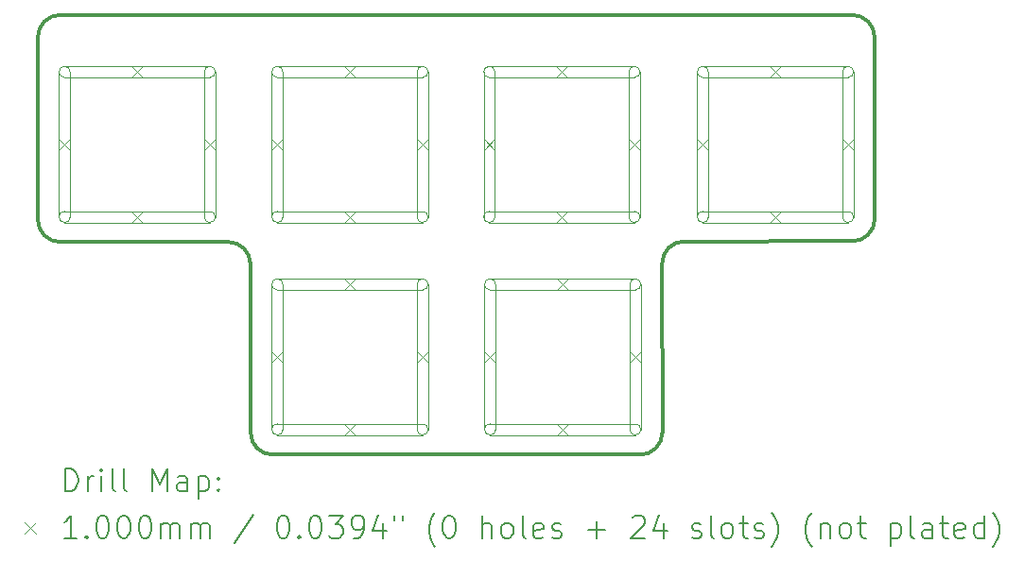
<source format=gbr>
%TF.GenerationSoftware,KiCad,Pcbnew,8.0.5*%
%TF.CreationDate,2024-09-18T06:55:58+09:00*%
%TF.ProjectId,SandyLP_Plate_Top,53616e64-794c-4505-9f50-6c6174655f54,v.0*%
%TF.SameCoordinates,Original*%
%TF.FileFunction,Drillmap*%
%TF.FilePolarity,Positive*%
%FSLAX45Y45*%
G04 Gerber Fmt 4.5, Leading zero omitted, Abs format (unit mm)*
G04 Created by KiCad (PCBNEW 8.0.5) date 2024-09-18 06:55:58*
%MOMM*%
%LPD*%
G01*
G04 APERTURE LIST*
%ADD10C,0.300000*%
%ADD11C,0.200000*%
%ADD12C,0.100000*%
G04 APERTURE END LIST*
D10*
X12050531Y-3375336D02*
X12050531Y-1739707D01*
X12250531Y-3575336D02*
X13755531Y-3575336D01*
X13955531Y-5282626D02*
X13955531Y-3775336D01*
X14155531Y-5482626D02*
X17443022Y-5482415D01*
X17643022Y-5282415D02*
X17640531Y-3769258D01*
X17840531Y-3569258D02*
X19344281Y-3568258D01*
X19344281Y-1539707D02*
X12250531Y-1539707D01*
X19544281Y-3368258D02*
X19544281Y-1739707D01*
X12050531Y-1739707D02*
G75*
G02*
X12250531Y-1539707I200000J0D01*
G01*
X12250531Y-3575336D02*
G75*
G02*
X12050531Y-3375336I0J200000D01*
G01*
X13755531Y-3575336D02*
G75*
G02*
X13955531Y-3775336I0J-200000D01*
G01*
X14155531Y-5482626D02*
G75*
G02*
X13955531Y-5282626I0J200000D01*
G01*
X17640531Y-3769258D02*
G75*
G02*
X17840531Y-3569257I199995J5D01*
G01*
X17643022Y-5282415D02*
G75*
G02*
X17443022Y-5482415I-199991J-8D01*
G01*
X19344281Y-1539707D02*
G75*
G02*
X19544284Y-1739707I0J-200003D01*
G01*
X19544281Y-3368258D02*
G75*
G02*
X19344281Y-3568260I-200010J7D01*
G01*
D11*
D12*
X12240531Y-2650341D02*
X12340531Y-2750341D01*
X12340531Y-2650341D02*
X12240531Y-2750341D01*
X12340531Y-3350340D02*
X12340531Y-2050340D01*
X12240531Y-2050340D02*
G75*
G02*
X12340531Y-2050340I50000J0D01*
G01*
X12240531Y-2050340D02*
X12240531Y-3350340D01*
X12240531Y-3350340D02*
G75*
G03*
X12340531Y-3350340I50000J0D01*
G01*
X12890531Y-2000340D02*
X12990531Y-2100341D01*
X12990531Y-2000340D02*
X12890531Y-2100341D01*
X12290531Y-2100341D02*
X13590531Y-2100341D01*
X13590531Y-2000340D02*
G75*
G02*
X13590531Y-2100341I0J-50000D01*
G01*
X13590531Y-2000340D02*
X12290531Y-2000340D01*
X12290531Y-2000340D02*
G75*
G03*
X12290531Y-2100341I0J-50000D01*
G01*
X12890531Y-3300340D02*
X12990531Y-3400340D01*
X12990531Y-3300340D02*
X12890531Y-3400340D01*
X12290531Y-3400340D02*
X13590531Y-3400340D01*
X13590531Y-3300340D02*
G75*
G02*
X13590531Y-3400340I0J-50000D01*
G01*
X13590531Y-3300340D02*
X12290531Y-3300340D01*
X12290531Y-3300340D02*
G75*
G03*
X12290531Y-3400340I0J-50000D01*
G01*
X13540531Y-2650341D02*
X13640531Y-2750341D01*
X13640531Y-2650341D02*
X13540531Y-2750341D01*
X13640531Y-3350340D02*
X13640531Y-2050340D01*
X13540531Y-2050340D02*
G75*
G02*
X13640531Y-2050340I50000J0D01*
G01*
X13540531Y-2050340D02*
X13540531Y-3350340D01*
X13540531Y-3350340D02*
G75*
G03*
X13640531Y-3350340I50000J0D01*
G01*
X14145531Y-2650341D02*
X14245531Y-2750341D01*
X14245531Y-2650341D02*
X14145531Y-2750341D01*
X14245531Y-3350340D02*
X14245531Y-2050340D01*
X14145531Y-2050340D02*
G75*
G02*
X14245531Y-2050340I50000J0D01*
G01*
X14145531Y-2050340D02*
X14145531Y-3350340D01*
X14145531Y-3350340D02*
G75*
G03*
X14245531Y-3350340I50000J0D01*
G01*
X14145531Y-4555341D02*
X14245531Y-4655341D01*
X14245531Y-4555341D02*
X14145531Y-4655341D01*
X14245531Y-5255341D02*
X14245531Y-3955340D01*
X14145531Y-3955340D02*
G75*
G02*
X14245531Y-3955340I50000J0D01*
G01*
X14145531Y-3955340D02*
X14145531Y-5255341D01*
X14145531Y-5255341D02*
G75*
G03*
X14245531Y-5255341I50000J0D01*
G01*
X14795531Y-2000340D02*
X14895531Y-2100341D01*
X14895531Y-2000340D02*
X14795531Y-2100341D01*
X14195531Y-2100341D02*
X15495531Y-2100341D01*
X15495531Y-2000340D02*
G75*
G02*
X15495531Y-2100341I0J-50000D01*
G01*
X15495531Y-2000340D02*
X14195531Y-2000340D01*
X14195531Y-2000340D02*
G75*
G03*
X14195531Y-2100341I0J-50000D01*
G01*
X14795531Y-3300340D02*
X14895531Y-3400340D01*
X14895531Y-3300340D02*
X14795531Y-3400340D01*
X14195531Y-3400340D02*
X15495531Y-3400340D01*
X15495531Y-3300340D02*
G75*
G02*
X15495531Y-3400340I0J-50000D01*
G01*
X15495531Y-3300340D02*
X14195531Y-3300340D01*
X14195531Y-3300340D02*
G75*
G03*
X14195531Y-3400340I0J-50000D01*
G01*
X14795531Y-3905340D02*
X14895531Y-4005340D01*
X14895531Y-3905340D02*
X14795531Y-4005340D01*
X14195531Y-4005340D02*
X15495531Y-4005340D01*
X15495531Y-3905340D02*
G75*
G02*
X15495531Y-4005340I0J-50000D01*
G01*
X15495531Y-3905340D02*
X14195531Y-3905340D01*
X14195531Y-3905340D02*
G75*
G03*
X14195531Y-4005340I0J-50000D01*
G01*
X14795531Y-5205341D02*
X14895531Y-5305341D01*
X14895531Y-5205341D02*
X14795531Y-5305341D01*
X14195531Y-5305341D02*
X15495531Y-5305341D01*
X15495531Y-5205341D02*
G75*
G02*
X15495531Y-5305341I0J-50000D01*
G01*
X15495531Y-5205341D02*
X14195531Y-5205341D01*
X14195531Y-5205341D02*
G75*
G03*
X14195531Y-5305341I0J-50000D01*
G01*
X15445531Y-2650341D02*
X15545531Y-2750341D01*
X15545531Y-2650341D02*
X15445531Y-2750341D01*
X15545531Y-3350340D02*
X15545531Y-2050340D01*
X15445531Y-2050340D02*
G75*
G02*
X15545531Y-2050340I50000J0D01*
G01*
X15445531Y-2050340D02*
X15445531Y-3350340D01*
X15445531Y-3350340D02*
G75*
G03*
X15545531Y-3350340I50000J0D01*
G01*
X15445531Y-4555341D02*
X15545531Y-4655341D01*
X15545531Y-4555341D02*
X15445531Y-4655341D01*
X15545531Y-5255341D02*
X15545531Y-3955340D01*
X15445531Y-3955340D02*
G75*
G02*
X15545531Y-3955340I50000J0D01*
G01*
X15445531Y-3955340D02*
X15445531Y-5255341D01*
X15445531Y-5255341D02*
G75*
G03*
X15545531Y-5255341I50000J0D01*
G01*
X16043343Y-2650341D02*
X16143343Y-2750341D01*
X16143343Y-2650341D02*
X16043343Y-2750341D01*
X16143343Y-3350340D02*
X16143343Y-2050340D01*
X16043343Y-2050340D02*
G75*
G02*
X16143343Y-2050340I50000J0D01*
G01*
X16043343Y-2050340D02*
X16043343Y-3350340D01*
X16043343Y-3350340D02*
G75*
G03*
X16143343Y-3350340I50000J0D01*
G01*
X16050531Y-4555341D02*
X16150531Y-4655341D01*
X16150531Y-4555341D02*
X16050531Y-4655341D01*
X16150531Y-5255341D02*
X16150531Y-3955340D01*
X16050531Y-3955340D02*
G75*
G02*
X16150531Y-3955340I50000J0D01*
G01*
X16050531Y-3955340D02*
X16050531Y-5255341D01*
X16050531Y-5255341D02*
G75*
G03*
X16150531Y-5255341I50000J0D01*
G01*
X16693343Y-2000340D02*
X16793344Y-2100341D01*
X16793344Y-2000340D02*
X16693343Y-2100341D01*
X16093343Y-2100341D02*
X17393344Y-2100341D01*
X17393344Y-2000340D02*
G75*
G02*
X17393344Y-2100341I0J-50000D01*
G01*
X17393344Y-2000340D02*
X16093343Y-2000340D01*
X16093343Y-2000340D02*
G75*
G03*
X16093343Y-2100341I0J-50000D01*
G01*
X16693343Y-3300340D02*
X16793344Y-3400340D01*
X16793344Y-3300340D02*
X16693343Y-3400340D01*
X16093343Y-3400340D02*
X17393344Y-3400340D01*
X17393344Y-3300340D02*
G75*
G02*
X17393344Y-3400340I0J-50000D01*
G01*
X17393344Y-3300340D02*
X16093343Y-3300340D01*
X16093343Y-3300340D02*
G75*
G03*
X16093343Y-3400340I0J-50000D01*
G01*
X16700531Y-3905340D02*
X16800531Y-4005340D01*
X16800531Y-3905340D02*
X16700531Y-4005340D01*
X16100531Y-4005340D02*
X17400531Y-4005340D01*
X17400531Y-3905340D02*
G75*
G02*
X17400531Y-4005340I0J-50000D01*
G01*
X17400531Y-3905340D02*
X16100531Y-3905340D01*
X16100531Y-3905340D02*
G75*
G03*
X16100531Y-4005340I0J-50000D01*
G01*
X16700531Y-5205341D02*
X16800531Y-5305341D01*
X16800531Y-5205341D02*
X16700531Y-5305341D01*
X16100531Y-5305341D02*
X17400531Y-5305341D01*
X17400531Y-5205341D02*
G75*
G02*
X17400531Y-5305341I0J-50000D01*
G01*
X17400531Y-5205341D02*
X16100531Y-5205341D01*
X16100531Y-5205341D02*
G75*
G03*
X16100531Y-5305341I0J-50000D01*
G01*
X17343344Y-2650341D02*
X17443344Y-2750341D01*
X17443344Y-2650341D02*
X17343344Y-2750341D01*
X17443344Y-3350340D02*
X17443344Y-2050340D01*
X17343344Y-2050340D02*
G75*
G02*
X17443344Y-2050340I50000J0D01*
G01*
X17343344Y-2050340D02*
X17343344Y-3350340D01*
X17343344Y-3350340D02*
G75*
G03*
X17443344Y-3350340I50000J0D01*
G01*
X17350531Y-4555341D02*
X17450531Y-4655341D01*
X17450531Y-4555341D02*
X17350531Y-4655341D01*
X17450531Y-5255341D02*
X17450531Y-3955340D01*
X17350531Y-3955340D02*
G75*
G02*
X17450531Y-3955340I50000J0D01*
G01*
X17350531Y-3955340D02*
X17350531Y-5255341D01*
X17350531Y-5255341D02*
G75*
G03*
X17450531Y-5255341I50000J0D01*
G01*
X17955531Y-2650341D02*
X18055531Y-2750341D01*
X18055531Y-2650341D02*
X17955531Y-2750341D01*
X18055531Y-3350340D02*
X18055531Y-2050340D01*
X17955531Y-2050340D02*
G75*
G02*
X18055531Y-2050340I50000J0D01*
G01*
X17955531Y-2050340D02*
X17955531Y-3350340D01*
X17955531Y-3350340D02*
G75*
G03*
X18055531Y-3350340I50000J0D01*
G01*
X18605531Y-2000340D02*
X18705531Y-2100341D01*
X18705531Y-2000340D02*
X18605531Y-2100341D01*
X18005531Y-2100341D02*
X19305531Y-2100341D01*
X19305531Y-2000340D02*
G75*
G02*
X19305531Y-2100341I0J-50000D01*
G01*
X19305531Y-2000340D02*
X18005531Y-2000340D01*
X18005531Y-2000340D02*
G75*
G03*
X18005531Y-2100341I0J-50000D01*
G01*
X18605531Y-3300340D02*
X18705531Y-3400340D01*
X18705531Y-3300340D02*
X18605531Y-3400340D01*
X18005531Y-3400340D02*
X19305531Y-3400340D01*
X19305531Y-3300340D02*
G75*
G02*
X19305531Y-3400340I0J-50000D01*
G01*
X19305531Y-3300340D02*
X18005531Y-3300340D01*
X18005531Y-3300340D02*
G75*
G03*
X18005531Y-3400340I0J-50000D01*
G01*
X19255531Y-2650341D02*
X19355531Y-2750341D01*
X19355531Y-2650341D02*
X19255531Y-2750341D01*
X19355531Y-3350340D02*
X19355531Y-2050340D01*
X19255531Y-2050340D02*
G75*
G02*
X19355531Y-2050340I50000J0D01*
G01*
X19255531Y-2050340D02*
X19255531Y-3350340D01*
X19255531Y-3350340D02*
G75*
G03*
X19355531Y-3350340I50000J0D01*
G01*
D11*
X12296308Y-5809110D02*
X12296308Y-5609110D01*
X12296308Y-5609110D02*
X12343927Y-5609110D01*
X12343927Y-5609110D02*
X12372498Y-5618633D01*
X12372498Y-5618633D02*
X12391546Y-5637681D01*
X12391546Y-5637681D02*
X12401070Y-5656729D01*
X12401070Y-5656729D02*
X12410593Y-5694824D01*
X12410593Y-5694824D02*
X12410593Y-5723395D01*
X12410593Y-5723395D02*
X12401070Y-5761490D01*
X12401070Y-5761490D02*
X12391546Y-5780538D01*
X12391546Y-5780538D02*
X12372498Y-5799586D01*
X12372498Y-5799586D02*
X12343927Y-5809110D01*
X12343927Y-5809110D02*
X12296308Y-5809110D01*
X12496308Y-5809110D02*
X12496308Y-5675776D01*
X12496308Y-5713871D02*
X12505832Y-5694824D01*
X12505832Y-5694824D02*
X12515355Y-5685300D01*
X12515355Y-5685300D02*
X12534403Y-5675776D01*
X12534403Y-5675776D02*
X12553451Y-5675776D01*
X12620117Y-5809110D02*
X12620117Y-5675776D01*
X12620117Y-5609110D02*
X12610593Y-5618633D01*
X12610593Y-5618633D02*
X12620117Y-5628157D01*
X12620117Y-5628157D02*
X12629641Y-5618633D01*
X12629641Y-5618633D02*
X12620117Y-5609110D01*
X12620117Y-5609110D02*
X12620117Y-5628157D01*
X12743927Y-5809110D02*
X12724879Y-5799586D01*
X12724879Y-5799586D02*
X12715355Y-5780538D01*
X12715355Y-5780538D02*
X12715355Y-5609110D01*
X12848689Y-5809110D02*
X12829641Y-5799586D01*
X12829641Y-5799586D02*
X12820117Y-5780538D01*
X12820117Y-5780538D02*
X12820117Y-5609110D01*
X13077260Y-5809110D02*
X13077260Y-5609110D01*
X13077260Y-5609110D02*
X13143927Y-5751967D01*
X13143927Y-5751967D02*
X13210593Y-5609110D01*
X13210593Y-5609110D02*
X13210593Y-5809110D01*
X13391546Y-5809110D02*
X13391546Y-5704348D01*
X13391546Y-5704348D02*
X13382022Y-5685300D01*
X13382022Y-5685300D02*
X13362974Y-5675776D01*
X13362974Y-5675776D02*
X13324879Y-5675776D01*
X13324879Y-5675776D02*
X13305832Y-5685300D01*
X13391546Y-5799586D02*
X13372498Y-5809110D01*
X13372498Y-5809110D02*
X13324879Y-5809110D01*
X13324879Y-5809110D02*
X13305832Y-5799586D01*
X13305832Y-5799586D02*
X13296308Y-5780538D01*
X13296308Y-5780538D02*
X13296308Y-5761490D01*
X13296308Y-5761490D02*
X13305832Y-5742443D01*
X13305832Y-5742443D02*
X13324879Y-5732919D01*
X13324879Y-5732919D02*
X13372498Y-5732919D01*
X13372498Y-5732919D02*
X13391546Y-5723395D01*
X13486784Y-5675776D02*
X13486784Y-5875776D01*
X13486784Y-5685300D02*
X13505832Y-5675776D01*
X13505832Y-5675776D02*
X13543927Y-5675776D01*
X13543927Y-5675776D02*
X13562974Y-5685300D01*
X13562974Y-5685300D02*
X13572498Y-5694824D01*
X13572498Y-5694824D02*
X13582022Y-5713871D01*
X13582022Y-5713871D02*
X13582022Y-5771014D01*
X13582022Y-5771014D02*
X13572498Y-5790062D01*
X13572498Y-5790062D02*
X13562974Y-5799586D01*
X13562974Y-5799586D02*
X13543927Y-5809110D01*
X13543927Y-5809110D02*
X13505832Y-5809110D01*
X13505832Y-5809110D02*
X13486784Y-5799586D01*
X13667736Y-5790062D02*
X13677260Y-5799586D01*
X13677260Y-5799586D02*
X13667736Y-5809110D01*
X13667736Y-5809110D02*
X13658213Y-5799586D01*
X13658213Y-5799586D02*
X13667736Y-5790062D01*
X13667736Y-5790062D02*
X13667736Y-5809110D01*
X13667736Y-5685300D02*
X13677260Y-5694824D01*
X13677260Y-5694824D02*
X13667736Y-5704348D01*
X13667736Y-5704348D02*
X13658213Y-5694824D01*
X13658213Y-5694824D02*
X13667736Y-5685300D01*
X13667736Y-5685300D02*
X13667736Y-5704348D01*
D12*
X11935531Y-6087626D02*
X12035531Y-6187626D01*
X12035531Y-6087626D02*
X11935531Y-6187626D01*
D11*
X12401070Y-6229110D02*
X12286784Y-6229110D01*
X12343927Y-6229110D02*
X12343927Y-6029110D01*
X12343927Y-6029110D02*
X12324879Y-6057681D01*
X12324879Y-6057681D02*
X12305832Y-6076729D01*
X12305832Y-6076729D02*
X12286784Y-6086252D01*
X12486784Y-6210062D02*
X12496308Y-6219586D01*
X12496308Y-6219586D02*
X12486784Y-6229110D01*
X12486784Y-6229110D02*
X12477260Y-6219586D01*
X12477260Y-6219586D02*
X12486784Y-6210062D01*
X12486784Y-6210062D02*
X12486784Y-6229110D01*
X12620117Y-6029110D02*
X12639165Y-6029110D01*
X12639165Y-6029110D02*
X12658213Y-6038633D01*
X12658213Y-6038633D02*
X12667736Y-6048157D01*
X12667736Y-6048157D02*
X12677260Y-6067205D01*
X12677260Y-6067205D02*
X12686784Y-6105300D01*
X12686784Y-6105300D02*
X12686784Y-6152919D01*
X12686784Y-6152919D02*
X12677260Y-6191014D01*
X12677260Y-6191014D02*
X12667736Y-6210062D01*
X12667736Y-6210062D02*
X12658213Y-6219586D01*
X12658213Y-6219586D02*
X12639165Y-6229110D01*
X12639165Y-6229110D02*
X12620117Y-6229110D01*
X12620117Y-6229110D02*
X12601070Y-6219586D01*
X12601070Y-6219586D02*
X12591546Y-6210062D01*
X12591546Y-6210062D02*
X12582022Y-6191014D01*
X12582022Y-6191014D02*
X12572498Y-6152919D01*
X12572498Y-6152919D02*
X12572498Y-6105300D01*
X12572498Y-6105300D02*
X12582022Y-6067205D01*
X12582022Y-6067205D02*
X12591546Y-6048157D01*
X12591546Y-6048157D02*
X12601070Y-6038633D01*
X12601070Y-6038633D02*
X12620117Y-6029110D01*
X12810593Y-6029110D02*
X12829641Y-6029110D01*
X12829641Y-6029110D02*
X12848689Y-6038633D01*
X12848689Y-6038633D02*
X12858213Y-6048157D01*
X12858213Y-6048157D02*
X12867736Y-6067205D01*
X12867736Y-6067205D02*
X12877260Y-6105300D01*
X12877260Y-6105300D02*
X12877260Y-6152919D01*
X12877260Y-6152919D02*
X12867736Y-6191014D01*
X12867736Y-6191014D02*
X12858213Y-6210062D01*
X12858213Y-6210062D02*
X12848689Y-6219586D01*
X12848689Y-6219586D02*
X12829641Y-6229110D01*
X12829641Y-6229110D02*
X12810593Y-6229110D01*
X12810593Y-6229110D02*
X12791546Y-6219586D01*
X12791546Y-6219586D02*
X12782022Y-6210062D01*
X12782022Y-6210062D02*
X12772498Y-6191014D01*
X12772498Y-6191014D02*
X12762974Y-6152919D01*
X12762974Y-6152919D02*
X12762974Y-6105300D01*
X12762974Y-6105300D02*
X12772498Y-6067205D01*
X12772498Y-6067205D02*
X12782022Y-6048157D01*
X12782022Y-6048157D02*
X12791546Y-6038633D01*
X12791546Y-6038633D02*
X12810593Y-6029110D01*
X13001070Y-6029110D02*
X13020117Y-6029110D01*
X13020117Y-6029110D02*
X13039165Y-6038633D01*
X13039165Y-6038633D02*
X13048689Y-6048157D01*
X13048689Y-6048157D02*
X13058213Y-6067205D01*
X13058213Y-6067205D02*
X13067736Y-6105300D01*
X13067736Y-6105300D02*
X13067736Y-6152919D01*
X13067736Y-6152919D02*
X13058213Y-6191014D01*
X13058213Y-6191014D02*
X13048689Y-6210062D01*
X13048689Y-6210062D02*
X13039165Y-6219586D01*
X13039165Y-6219586D02*
X13020117Y-6229110D01*
X13020117Y-6229110D02*
X13001070Y-6229110D01*
X13001070Y-6229110D02*
X12982022Y-6219586D01*
X12982022Y-6219586D02*
X12972498Y-6210062D01*
X12972498Y-6210062D02*
X12962974Y-6191014D01*
X12962974Y-6191014D02*
X12953451Y-6152919D01*
X12953451Y-6152919D02*
X12953451Y-6105300D01*
X12953451Y-6105300D02*
X12962974Y-6067205D01*
X12962974Y-6067205D02*
X12972498Y-6048157D01*
X12972498Y-6048157D02*
X12982022Y-6038633D01*
X12982022Y-6038633D02*
X13001070Y-6029110D01*
X13153451Y-6229110D02*
X13153451Y-6095776D01*
X13153451Y-6114824D02*
X13162974Y-6105300D01*
X13162974Y-6105300D02*
X13182022Y-6095776D01*
X13182022Y-6095776D02*
X13210594Y-6095776D01*
X13210594Y-6095776D02*
X13229641Y-6105300D01*
X13229641Y-6105300D02*
X13239165Y-6124348D01*
X13239165Y-6124348D02*
X13239165Y-6229110D01*
X13239165Y-6124348D02*
X13248689Y-6105300D01*
X13248689Y-6105300D02*
X13267736Y-6095776D01*
X13267736Y-6095776D02*
X13296308Y-6095776D01*
X13296308Y-6095776D02*
X13315355Y-6105300D01*
X13315355Y-6105300D02*
X13324879Y-6124348D01*
X13324879Y-6124348D02*
X13324879Y-6229110D01*
X13420117Y-6229110D02*
X13420117Y-6095776D01*
X13420117Y-6114824D02*
X13429641Y-6105300D01*
X13429641Y-6105300D02*
X13448689Y-6095776D01*
X13448689Y-6095776D02*
X13477260Y-6095776D01*
X13477260Y-6095776D02*
X13496308Y-6105300D01*
X13496308Y-6105300D02*
X13505832Y-6124348D01*
X13505832Y-6124348D02*
X13505832Y-6229110D01*
X13505832Y-6124348D02*
X13515355Y-6105300D01*
X13515355Y-6105300D02*
X13534403Y-6095776D01*
X13534403Y-6095776D02*
X13562974Y-6095776D01*
X13562974Y-6095776D02*
X13582022Y-6105300D01*
X13582022Y-6105300D02*
X13591546Y-6124348D01*
X13591546Y-6124348D02*
X13591546Y-6229110D01*
X13982022Y-6019586D02*
X13810594Y-6276729D01*
X14239165Y-6029110D02*
X14258213Y-6029110D01*
X14258213Y-6029110D02*
X14277260Y-6038633D01*
X14277260Y-6038633D02*
X14286784Y-6048157D01*
X14286784Y-6048157D02*
X14296308Y-6067205D01*
X14296308Y-6067205D02*
X14305832Y-6105300D01*
X14305832Y-6105300D02*
X14305832Y-6152919D01*
X14305832Y-6152919D02*
X14296308Y-6191014D01*
X14296308Y-6191014D02*
X14286784Y-6210062D01*
X14286784Y-6210062D02*
X14277260Y-6219586D01*
X14277260Y-6219586D02*
X14258213Y-6229110D01*
X14258213Y-6229110D02*
X14239165Y-6229110D01*
X14239165Y-6229110D02*
X14220117Y-6219586D01*
X14220117Y-6219586D02*
X14210594Y-6210062D01*
X14210594Y-6210062D02*
X14201070Y-6191014D01*
X14201070Y-6191014D02*
X14191546Y-6152919D01*
X14191546Y-6152919D02*
X14191546Y-6105300D01*
X14191546Y-6105300D02*
X14201070Y-6067205D01*
X14201070Y-6067205D02*
X14210594Y-6048157D01*
X14210594Y-6048157D02*
X14220117Y-6038633D01*
X14220117Y-6038633D02*
X14239165Y-6029110D01*
X14391546Y-6210062D02*
X14401070Y-6219586D01*
X14401070Y-6219586D02*
X14391546Y-6229110D01*
X14391546Y-6229110D02*
X14382022Y-6219586D01*
X14382022Y-6219586D02*
X14391546Y-6210062D01*
X14391546Y-6210062D02*
X14391546Y-6229110D01*
X14524879Y-6029110D02*
X14543927Y-6029110D01*
X14543927Y-6029110D02*
X14562975Y-6038633D01*
X14562975Y-6038633D02*
X14572498Y-6048157D01*
X14572498Y-6048157D02*
X14582022Y-6067205D01*
X14582022Y-6067205D02*
X14591546Y-6105300D01*
X14591546Y-6105300D02*
X14591546Y-6152919D01*
X14591546Y-6152919D02*
X14582022Y-6191014D01*
X14582022Y-6191014D02*
X14572498Y-6210062D01*
X14572498Y-6210062D02*
X14562975Y-6219586D01*
X14562975Y-6219586D02*
X14543927Y-6229110D01*
X14543927Y-6229110D02*
X14524879Y-6229110D01*
X14524879Y-6229110D02*
X14505832Y-6219586D01*
X14505832Y-6219586D02*
X14496308Y-6210062D01*
X14496308Y-6210062D02*
X14486784Y-6191014D01*
X14486784Y-6191014D02*
X14477260Y-6152919D01*
X14477260Y-6152919D02*
X14477260Y-6105300D01*
X14477260Y-6105300D02*
X14486784Y-6067205D01*
X14486784Y-6067205D02*
X14496308Y-6048157D01*
X14496308Y-6048157D02*
X14505832Y-6038633D01*
X14505832Y-6038633D02*
X14524879Y-6029110D01*
X14658213Y-6029110D02*
X14782022Y-6029110D01*
X14782022Y-6029110D02*
X14715356Y-6105300D01*
X14715356Y-6105300D02*
X14743927Y-6105300D01*
X14743927Y-6105300D02*
X14762975Y-6114824D01*
X14762975Y-6114824D02*
X14772498Y-6124348D01*
X14772498Y-6124348D02*
X14782022Y-6143395D01*
X14782022Y-6143395D02*
X14782022Y-6191014D01*
X14782022Y-6191014D02*
X14772498Y-6210062D01*
X14772498Y-6210062D02*
X14762975Y-6219586D01*
X14762975Y-6219586D02*
X14743927Y-6229110D01*
X14743927Y-6229110D02*
X14686784Y-6229110D01*
X14686784Y-6229110D02*
X14667737Y-6219586D01*
X14667737Y-6219586D02*
X14658213Y-6210062D01*
X14877260Y-6229110D02*
X14915356Y-6229110D01*
X14915356Y-6229110D02*
X14934403Y-6219586D01*
X14934403Y-6219586D02*
X14943927Y-6210062D01*
X14943927Y-6210062D02*
X14962975Y-6181490D01*
X14962975Y-6181490D02*
X14972498Y-6143395D01*
X14972498Y-6143395D02*
X14972498Y-6067205D01*
X14972498Y-6067205D02*
X14962975Y-6048157D01*
X14962975Y-6048157D02*
X14953451Y-6038633D01*
X14953451Y-6038633D02*
X14934403Y-6029110D01*
X14934403Y-6029110D02*
X14896308Y-6029110D01*
X14896308Y-6029110D02*
X14877260Y-6038633D01*
X14877260Y-6038633D02*
X14867737Y-6048157D01*
X14867737Y-6048157D02*
X14858213Y-6067205D01*
X14858213Y-6067205D02*
X14858213Y-6114824D01*
X14858213Y-6114824D02*
X14867737Y-6133871D01*
X14867737Y-6133871D02*
X14877260Y-6143395D01*
X14877260Y-6143395D02*
X14896308Y-6152919D01*
X14896308Y-6152919D02*
X14934403Y-6152919D01*
X14934403Y-6152919D02*
X14953451Y-6143395D01*
X14953451Y-6143395D02*
X14962975Y-6133871D01*
X14962975Y-6133871D02*
X14972498Y-6114824D01*
X15143927Y-6095776D02*
X15143927Y-6229110D01*
X15096308Y-6019586D02*
X15048689Y-6162443D01*
X15048689Y-6162443D02*
X15172498Y-6162443D01*
X15239165Y-6029110D02*
X15239165Y-6067205D01*
X15315356Y-6029110D02*
X15315356Y-6067205D01*
X15610594Y-6305300D02*
X15601070Y-6295776D01*
X15601070Y-6295776D02*
X15582022Y-6267205D01*
X15582022Y-6267205D02*
X15572499Y-6248157D01*
X15572499Y-6248157D02*
X15562975Y-6219586D01*
X15562975Y-6219586D02*
X15553451Y-6171967D01*
X15553451Y-6171967D02*
X15553451Y-6133871D01*
X15553451Y-6133871D02*
X15562975Y-6086252D01*
X15562975Y-6086252D02*
X15572499Y-6057681D01*
X15572499Y-6057681D02*
X15582022Y-6038633D01*
X15582022Y-6038633D02*
X15601070Y-6010062D01*
X15601070Y-6010062D02*
X15610594Y-6000538D01*
X15724879Y-6029110D02*
X15743927Y-6029110D01*
X15743927Y-6029110D02*
X15762975Y-6038633D01*
X15762975Y-6038633D02*
X15772499Y-6048157D01*
X15772499Y-6048157D02*
X15782022Y-6067205D01*
X15782022Y-6067205D02*
X15791546Y-6105300D01*
X15791546Y-6105300D02*
X15791546Y-6152919D01*
X15791546Y-6152919D02*
X15782022Y-6191014D01*
X15782022Y-6191014D02*
X15772499Y-6210062D01*
X15772499Y-6210062D02*
X15762975Y-6219586D01*
X15762975Y-6219586D02*
X15743927Y-6229110D01*
X15743927Y-6229110D02*
X15724879Y-6229110D01*
X15724879Y-6229110D02*
X15705832Y-6219586D01*
X15705832Y-6219586D02*
X15696308Y-6210062D01*
X15696308Y-6210062D02*
X15686784Y-6191014D01*
X15686784Y-6191014D02*
X15677260Y-6152919D01*
X15677260Y-6152919D02*
X15677260Y-6105300D01*
X15677260Y-6105300D02*
X15686784Y-6067205D01*
X15686784Y-6067205D02*
X15696308Y-6048157D01*
X15696308Y-6048157D02*
X15705832Y-6038633D01*
X15705832Y-6038633D02*
X15724879Y-6029110D01*
X16029641Y-6229110D02*
X16029641Y-6029110D01*
X16115356Y-6229110D02*
X16115356Y-6124348D01*
X16115356Y-6124348D02*
X16105832Y-6105300D01*
X16105832Y-6105300D02*
X16086784Y-6095776D01*
X16086784Y-6095776D02*
X16058213Y-6095776D01*
X16058213Y-6095776D02*
X16039165Y-6105300D01*
X16039165Y-6105300D02*
X16029641Y-6114824D01*
X16239165Y-6229110D02*
X16220118Y-6219586D01*
X16220118Y-6219586D02*
X16210594Y-6210062D01*
X16210594Y-6210062D02*
X16201070Y-6191014D01*
X16201070Y-6191014D02*
X16201070Y-6133871D01*
X16201070Y-6133871D02*
X16210594Y-6114824D01*
X16210594Y-6114824D02*
X16220118Y-6105300D01*
X16220118Y-6105300D02*
X16239165Y-6095776D01*
X16239165Y-6095776D02*
X16267737Y-6095776D01*
X16267737Y-6095776D02*
X16286784Y-6105300D01*
X16286784Y-6105300D02*
X16296308Y-6114824D01*
X16296308Y-6114824D02*
X16305832Y-6133871D01*
X16305832Y-6133871D02*
X16305832Y-6191014D01*
X16305832Y-6191014D02*
X16296308Y-6210062D01*
X16296308Y-6210062D02*
X16286784Y-6219586D01*
X16286784Y-6219586D02*
X16267737Y-6229110D01*
X16267737Y-6229110D02*
X16239165Y-6229110D01*
X16420118Y-6229110D02*
X16401070Y-6219586D01*
X16401070Y-6219586D02*
X16391546Y-6200538D01*
X16391546Y-6200538D02*
X16391546Y-6029110D01*
X16572499Y-6219586D02*
X16553451Y-6229110D01*
X16553451Y-6229110D02*
X16515356Y-6229110D01*
X16515356Y-6229110D02*
X16496308Y-6219586D01*
X16496308Y-6219586D02*
X16486784Y-6200538D01*
X16486784Y-6200538D02*
X16486784Y-6124348D01*
X16486784Y-6124348D02*
X16496308Y-6105300D01*
X16496308Y-6105300D02*
X16515356Y-6095776D01*
X16515356Y-6095776D02*
X16553451Y-6095776D01*
X16553451Y-6095776D02*
X16572499Y-6105300D01*
X16572499Y-6105300D02*
X16582022Y-6124348D01*
X16582022Y-6124348D02*
X16582022Y-6143395D01*
X16582022Y-6143395D02*
X16486784Y-6162443D01*
X16658213Y-6219586D02*
X16677261Y-6229110D01*
X16677261Y-6229110D02*
X16715356Y-6229110D01*
X16715356Y-6229110D02*
X16734403Y-6219586D01*
X16734403Y-6219586D02*
X16743927Y-6200538D01*
X16743927Y-6200538D02*
X16743927Y-6191014D01*
X16743927Y-6191014D02*
X16734403Y-6171967D01*
X16734403Y-6171967D02*
X16715356Y-6162443D01*
X16715356Y-6162443D02*
X16686784Y-6162443D01*
X16686784Y-6162443D02*
X16667737Y-6152919D01*
X16667737Y-6152919D02*
X16658213Y-6133871D01*
X16658213Y-6133871D02*
X16658213Y-6124348D01*
X16658213Y-6124348D02*
X16667737Y-6105300D01*
X16667737Y-6105300D02*
X16686784Y-6095776D01*
X16686784Y-6095776D02*
X16715356Y-6095776D01*
X16715356Y-6095776D02*
X16734403Y-6105300D01*
X16982023Y-6152919D02*
X17134404Y-6152919D01*
X17058213Y-6229110D02*
X17058213Y-6076729D01*
X17372499Y-6048157D02*
X17382023Y-6038633D01*
X17382023Y-6038633D02*
X17401070Y-6029110D01*
X17401070Y-6029110D02*
X17448689Y-6029110D01*
X17448689Y-6029110D02*
X17467737Y-6038633D01*
X17467737Y-6038633D02*
X17477261Y-6048157D01*
X17477261Y-6048157D02*
X17486785Y-6067205D01*
X17486785Y-6067205D02*
X17486785Y-6086252D01*
X17486785Y-6086252D02*
X17477261Y-6114824D01*
X17477261Y-6114824D02*
X17362975Y-6229110D01*
X17362975Y-6229110D02*
X17486785Y-6229110D01*
X17658213Y-6095776D02*
X17658213Y-6229110D01*
X17610594Y-6019586D02*
X17562975Y-6162443D01*
X17562975Y-6162443D02*
X17686785Y-6162443D01*
X17905832Y-6219586D02*
X17924880Y-6229110D01*
X17924880Y-6229110D02*
X17962975Y-6229110D01*
X17962975Y-6229110D02*
X17982023Y-6219586D01*
X17982023Y-6219586D02*
X17991547Y-6200538D01*
X17991547Y-6200538D02*
X17991547Y-6191014D01*
X17991547Y-6191014D02*
X17982023Y-6171967D01*
X17982023Y-6171967D02*
X17962975Y-6162443D01*
X17962975Y-6162443D02*
X17934404Y-6162443D01*
X17934404Y-6162443D02*
X17915356Y-6152919D01*
X17915356Y-6152919D02*
X17905832Y-6133871D01*
X17905832Y-6133871D02*
X17905832Y-6124348D01*
X17905832Y-6124348D02*
X17915356Y-6105300D01*
X17915356Y-6105300D02*
X17934404Y-6095776D01*
X17934404Y-6095776D02*
X17962975Y-6095776D01*
X17962975Y-6095776D02*
X17982023Y-6105300D01*
X18105832Y-6229110D02*
X18086785Y-6219586D01*
X18086785Y-6219586D02*
X18077261Y-6200538D01*
X18077261Y-6200538D02*
X18077261Y-6029110D01*
X18210594Y-6229110D02*
X18191547Y-6219586D01*
X18191547Y-6219586D02*
X18182023Y-6210062D01*
X18182023Y-6210062D02*
X18172499Y-6191014D01*
X18172499Y-6191014D02*
X18172499Y-6133871D01*
X18172499Y-6133871D02*
X18182023Y-6114824D01*
X18182023Y-6114824D02*
X18191547Y-6105300D01*
X18191547Y-6105300D02*
X18210594Y-6095776D01*
X18210594Y-6095776D02*
X18239166Y-6095776D01*
X18239166Y-6095776D02*
X18258213Y-6105300D01*
X18258213Y-6105300D02*
X18267737Y-6114824D01*
X18267737Y-6114824D02*
X18277261Y-6133871D01*
X18277261Y-6133871D02*
X18277261Y-6191014D01*
X18277261Y-6191014D02*
X18267737Y-6210062D01*
X18267737Y-6210062D02*
X18258213Y-6219586D01*
X18258213Y-6219586D02*
X18239166Y-6229110D01*
X18239166Y-6229110D02*
X18210594Y-6229110D01*
X18334404Y-6095776D02*
X18410594Y-6095776D01*
X18362975Y-6029110D02*
X18362975Y-6200538D01*
X18362975Y-6200538D02*
X18372499Y-6219586D01*
X18372499Y-6219586D02*
X18391547Y-6229110D01*
X18391547Y-6229110D02*
X18410594Y-6229110D01*
X18467737Y-6219586D02*
X18486785Y-6229110D01*
X18486785Y-6229110D02*
X18524880Y-6229110D01*
X18524880Y-6229110D02*
X18543928Y-6219586D01*
X18543928Y-6219586D02*
X18553451Y-6200538D01*
X18553451Y-6200538D02*
X18553451Y-6191014D01*
X18553451Y-6191014D02*
X18543928Y-6171967D01*
X18543928Y-6171967D02*
X18524880Y-6162443D01*
X18524880Y-6162443D02*
X18496308Y-6162443D01*
X18496308Y-6162443D02*
X18477261Y-6152919D01*
X18477261Y-6152919D02*
X18467737Y-6133871D01*
X18467737Y-6133871D02*
X18467737Y-6124348D01*
X18467737Y-6124348D02*
X18477261Y-6105300D01*
X18477261Y-6105300D02*
X18496308Y-6095776D01*
X18496308Y-6095776D02*
X18524880Y-6095776D01*
X18524880Y-6095776D02*
X18543928Y-6105300D01*
X18620118Y-6305300D02*
X18629642Y-6295776D01*
X18629642Y-6295776D02*
X18648689Y-6267205D01*
X18648689Y-6267205D02*
X18658213Y-6248157D01*
X18658213Y-6248157D02*
X18667737Y-6219586D01*
X18667737Y-6219586D02*
X18677261Y-6171967D01*
X18677261Y-6171967D02*
X18677261Y-6133871D01*
X18677261Y-6133871D02*
X18667737Y-6086252D01*
X18667737Y-6086252D02*
X18658213Y-6057681D01*
X18658213Y-6057681D02*
X18648689Y-6038633D01*
X18648689Y-6038633D02*
X18629642Y-6010062D01*
X18629642Y-6010062D02*
X18620118Y-6000538D01*
X18982023Y-6305300D02*
X18972499Y-6295776D01*
X18972499Y-6295776D02*
X18953451Y-6267205D01*
X18953451Y-6267205D02*
X18943928Y-6248157D01*
X18943928Y-6248157D02*
X18934404Y-6219586D01*
X18934404Y-6219586D02*
X18924880Y-6171967D01*
X18924880Y-6171967D02*
X18924880Y-6133871D01*
X18924880Y-6133871D02*
X18934404Y-6086252D01*
X18934404Y-6086252D02*
X18943928Y-6057681D01*
X18943928Y-6057681D02*
X18953451Y-6038633D01*
X18953451Y-6038633D02*
X18972499Y-6010062D01*
X18972499Y-6010062D02*
X18982023Y-6000538D01*
X19058213Y-6095776D02*
X19058213Y-6229110D01*
X19058213Y-6114824D02*
X19067737Y-6105300D01*
X19067737Y-6105300D02*
X19086785Y-6095776D01*
X19086785Y-6095776D02*
X19115356Y-6095776D01*
X19115356Y-6095776D02*
X19134404Y-6105300D01*
X19134404Y-6105300D02*
X19143928Y-6124348D01*
X19143928Y-6124348D02*
X19143928Y-6229110D01*
X19267737Y-6229110D02*
X19248689Y-6219586D01*
X19248689Y-6219586D02*
X19239166Y-6210062D01*
X19239166Y-6210062D02*
X19229642Y-6191014D01*
X19229642Y-6191014D02*
X19229642Y-6133871D01*
X19229642Y-6133871D02*
X19239166Y-6114824D01*
X19239166Y-6114824D02*
X19248689Y-6105300D01*
X19248689Y-6105300D02*
X19267737Y-6095776D01*
X19267737Y-6095776D02*
X19296309Y-6095776D01*
X19296309Y-6095776D02*
X19315356Y-6105300D01*
X19315356Y-6105300D02*
X19324880Y-6114824D01*
X19324880Y-6114824D02*
X19334404Y-6133871D01*
X19334404Y-6133871D02*
X19334404Y-6191014D01*
X19334404Y-6191014D02*
X19324880Y-6210062D01*
X19324880Y-6210062D02*
X19315356Y-6219586D01*
X19315356Y-6219586D02*
X19296309Y-6229110D01*
X19296309Y-6229110D02*
X19267737Y-6229110D01*
X19391547Y-6095776D02*
X19467737Y-6095776D01*
X19420118Y-6029110D02*
X19420118Y-6200538D01*
X19420118Y-6200538D02*
X19429642Y-6219586D01*
X19429642Y-6219586D02*
X19448689Y-6229110D01*
X19448689Y-6229110D02*
X19467737Y-6229110D01*
X19686785Y-6095776D02*
X19686785Y-6295776D01*
X19686785Y-6105300D02*
X19705832Y-6095776D01*
X19705832Y-6095776D02*
X19743928Y-6095776D01*
X19743928Y-6095776D02*
X19762975Y-6105300D01*
X19762975Y-6105300D02*
X19772499Y-6114824D01*
X19772499Y-6114824D02*
X19782023Y-6133871D01*
X19782023Y-6133871D02*
X19782023Y-6191014D01*
X19782023Y-6191014D02*
X19772499Y-6210062D01*
X19772499Y-6210062D02*
X19762975Y-6219586D01*
X19762975Y-6219586D02*
X19743928Y-6229110D01*
X19743928Y-6229110D02*
X19705832Y-6229110D01*
X19705832Y-6229110D02*
X19686785Y-6219586D01*
X19896309Y-6229110D02*
X19877261Y-6219586D01*
X19877261Y-6219586D02*
X19867737Y-6200538D01*
X19867737Y-6200538D02*
X19867737Y-6029110D01*
X20058213Y-6229110D02*
X20058213Y-6124348D01*
X20058213Y-6124348D02*
X20048690Y-6105300D01*
X20048690Y-6105300D02*
X20029642Y-6095776D01*
X20029642Y-6095776D02*
X19991547Y-6095776D01*
X19991547Y-6095776D02*
X19972499Y-6105300D01*
X20058213Y-6219586D02*
X20039166Y-6229110D01*
X20039166Y-6229110D02*
X19991547Y-6229110D01*
X19991547Y-6229110D02*
X19972499Y-6219586D01*
X19972499Y-6219586D02*
X19962975Y-6200538D01*
X19962975Y-6200538D02*
X19962975Y-6181490D01*
X19962975Y-6181490D02*
X19972499Y-6162443D01*
X19972499Y-6162443D02*
X19991547Y-6152919D01*
X19991547Y-6152919D02*
X20039166Y-6152919D01*
X20039166Y-6152919D02*
X20058213Y-6143395D01*
X20124880Y-6095776D02*
X20201070Y-6095776D01*
X20153451Y-6029110D02*
X20153451Y-6200538D01*
X20153451Y-6200538D02*
X20162975Y-6219586D01*
X20162975Y-6219586D02*
X20182023Y-6229110D01*
X20182023Y-6229110D02*
X20201070Y-6229110D01*
X20343928Y-6219586D02*
X20324880Y-6229110D01*
X20324880Y-6229110D02*
X20286785Y-6229110D01*
X20286785Y-6229110D02*
X20267737Y-6219586D01*
X20267737Y-6219586D02*
X20258213Y-6200538D01*
X20258213Y-6200538D02*
X20258213Y-6124348D01*
X20258213Y-6124348D02*
X20267737Y-6105300D01*
X20267737Y-6105300D02*
X20286785Y-6095776D01*
X20286785Y-6095776D02*
X20324880Y-6095776D01*
X20324880Y-6095776D02*
X20343928Y-6105300D01*
X20343928Y-6105300D02*
X20353451Y-6124348D01*
X20353451Y-6124348D02*
X20353451Y-6143395D01*
X20353451Y-6143395D02*
X20258213Y-6162443D01*
X20524880Y-6229110D02*
X20524880Y-6029110D01*
X20524880Y-6219586D02*
X20505832Y-6229110D01*
X20505832Y-6229110D02*
X20467737Y-6229110D01*
X20467737Y-6229110D02*
X20448690Y-6219586D01*
X20448690Y-6219586D02*
X20439166Y-6210062D01*
X20439166Y-6210062D02*
X20429642Y-6191014D01*
X20429642Y-6191014D02*
X20429642Y-6133871D01*
X20429642Y-6133871D02*
X20439166Y-6114824D01*
X20439166Y-6114824D02*
X20448690Y-6105300D01*
X20448690Y-6105300D02*
X20467737Y-6095776D01*
X20467737Y-6095776D02*
X20505832Y-6095776D01*
X20505832Y-6095776D02*
X20524880Y-6105300D01*
X20601071Y-6305300D02*
X20610594Y-6295776D01*
X20610594Y-6295776D02*
X20629642Y-6267205D01*
X20629642Y-6267205D02*
X20639166Y-6248157D01*
X20639166Y-6248157D02*
X20648690Y-6219586D01*
X20648690Y-6219586D02*
X20658213Y-6171967D01*
X20658213Y-6171967D02*
X20658213Y-6133871D01*
X20658213Y-6133871D02*
X20648690Y-6086252D01*
X20648690Y-6086252D02*
X20639166Y-6057681D01*
X20639166Y-6057681D02*
X20629642Y-6038633D01*
X20629642Y-6038633D02*
X20610594Y-6010062D01*
X20610594Y-6010062D02*
X20601071Y-6000538D01*
M02*

</source>
